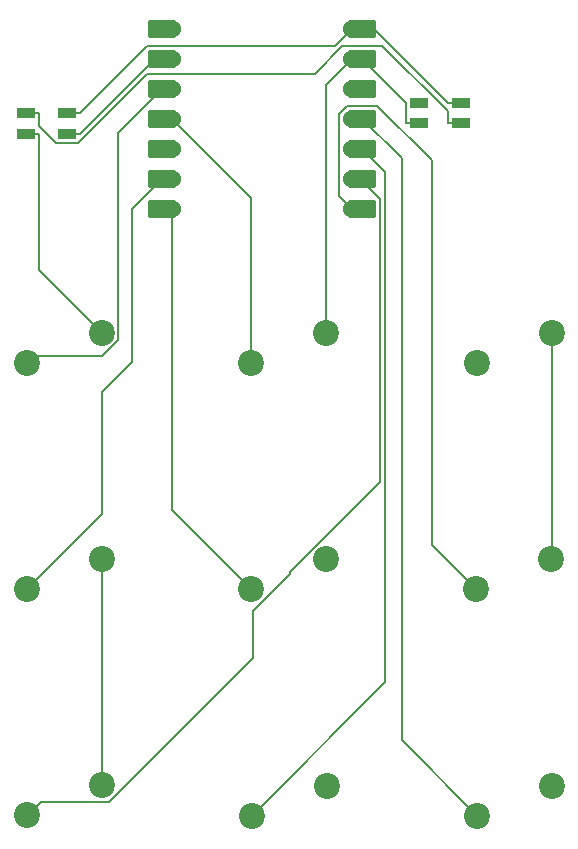
<source format=gbr>
%TF.GenerationSoftware,KiCad,Pcbnew,9.0.6*%
%TF.CreationDate,2025-12-19T09:04:58+05:30*%
%TF.ProjectId,HACKPAD,4841434b-5041-4442-9e6b-696361645f70,rev?*%
%TF.SameCoordinates,Original*%
%TF.FileFunction,Copper,L1,Top*%
%TF.FilePolarity,Positive*%
%FSLAX46Y46*%
G04 Gerber Fmt 4.6, Leading zero omitted, Abs format (unit mm)*
G04 Created by KiCad (PCBNEW 9.0.6) date 2025-12-19 09:04:58*
%MOMM*%
%LPD*%
G01*
G04 APERTURE LIST*
G04 Aperture macros list*
%AMRoundRect*
0 Rectangle with rounded corners*
0 $1 Rounding radius*
0 $2 $3 $4 $5 $6 $7 $8 $9 X,Y pos of 4 corners*
0 Add a 4 corners polygon primitive as box body*
4,1,4,$2,$3,$4,$5,$6,$7,$8,$9,$2,$3,0*
0 Add four circle primitives for the rounded corners*
1,1,$1+$1,$2,$3*
1,1,$1+$1,$4,$5*
1,1,$1+$1,$6,$7*
1,1,$1+$1,$8,$9*
0 Add four rect primitives between the rounded corners*
20,1,$1+$1,$2,$3,$4,$5,0*
20,1,$1+$1,$4,$5,$6,$7,0*
20,1,$1+$1,$6,$7,$8,$9,0*
20,1,$1+$1,$8,$9,$2,$3,0*%
G04 Aperture macros list end*
%TA.AperFunction,ComponentPad*%
%ADD10C,2.200000*%
%TD*%
%TA.AperFunction,SMDPad,CuDef*%
%ADD11RoundRect,0.152400X1.063600X0.609600X-1.063600X0.609600X-1.063600X-0.609600X1.063600X-0.609600X0*%
%TD*%
%TA.AperFunction,ComponentPad*%
%ADD12C,1.524000*%
%TD*%
%TA.AperFunction,SMDPad,CuDef*%
%ADD13RoundRect,0.152400X-1.063600X-0.609600X1.063600X-0.609600X1.063600X0.609600X-1.063600X0.609600X0*%
%TD*%
%TA.AperFunction,SMDPad,CuDef*%
%ADD14R,1.600000X0.850000*%
%TD*%
%TA.AperFunction,Conductor*%
%ADD15C,0.200000*%
%TD*%
G04 APERTURE END LIST*
D10*
%TO.P,SW6,1,1*%
%TO.N,GND*%
X171330000Y-99710000D03*
%TO.P,SW6,2,2*%
%TO.N,Net-(U1-GPIO1{slash}RX)*%
X164980000Y-102250000D03*
%TD*%
%TO.P,SW1,1,1*%
%TO.N,GND*%
X133290000Y-80550000D03*
%TO.P,SW1,2,2*%
%TO.N,Net-(U1-GPIO28{slash}ADC2{slash}A2)*%
X126940000Y-83090000D03*
%TD*%
D11*
%TO.P,U1,1,GPIO26/ADC0/A0*%
%TO.N,unconnected-(U1-GPIO26{slash}ADC0{slash}A0-Pad1)*%
X138425000Y-54788500D03*
D12*
X139260000Y-54788500D03*
D11*
%TO.P,U1,2,GPIO27/ADC1/A1*%
%TO.N,Net-(D1-DIN)*%
X138425000Y-57328500D03*
D12*
X139260000Y-57328500D03*
D11*
%TO.P,U1,3,GPIO28/ADC2/A2*%
%TO.N,Net-(U1-GPIO28{slash}ADC2{slash}A2)*%
X138425000Y-59868500D03*
D12*
X139260000Y-59868500D03*
D11*
%TO.P,U1,4,GPIO29/ADC3/A3*%
%TO.N,Net-(U1-GPIO29{slash}ADC3{slash}A3)*%
X138425000Y-62408500D03*
D12*
X139260000Y-62408500D03*
D11*
%TO.P,U1,5,GPIO6/SDA*%
%TO.N,Net-(U1-GPIO6{slash}SDA)*%
X138425000Y-64948500D03*
D12*
X139260000Y-64948500D03*
D11*
%TO.P,U1,6,GPIO7/SCL*%
%TO.N,Net-(U1-GPIO7{slash}SCL)*%
X138425000Y-67488500D03*
D12*
X139260000Y-67488500D03*
D11*
%TO.P,U1,7,GPIO0/TX*%
%TO.N,Net-(U1-GPIO0{slash}TX)*%
X138425000Y-70028500D03*
D12*
X139260000Y-70028500D03*
%TO.P,U1,8,GPIO1/RX*%
%TO.N,Net-(U1-GPIO1{slash}RX)*%
X154500000Y-70028500D03*
D13*
X155335000Y-70028500D03*
D12*
%TO.P,U1,9,GPIO2/SCK*%
%TO.N,Net-(U1-GPIO2{slash}SCK)*%
X154500000Y-67488500D03*
D13*
X155335000Y-67488500D03*
D12*
%TO.P,U1,10,GPIO4/MISO*%
%TO.N,Net-(U1-GPIO4{slash}MISO)*%
X154500000Y-64948500D03*
D13*
X155335000Y-64948500D03*
D12*
%TO.P,U1,11,GPIO3/MOSI*%
%TO.N,Net-(U1-GPIO3{slash}MOSI)*%
X154500000Y-62408500D03*
D13*
X155335000Y-62408500D03*
D12*
%TO.P,U1,12,3V3*%
%TO.N,unconnected-(U1-3V3-Pad12)*%
X154500000Y-59868500D03*
D13*
X155335000Y-59868500D03*
D12*
%TO.P,U1,13,GND*%
%TO.N,GND*%
X154500000Y-57328500D03*
D13*
X155335000Y-57328500D03*
D12*
%TO.P,U1,14,VBUS*%
%TO.N,+5V*%
X154500000Y-54788500D03*
D13*
X155335000Y-54788500D03*
%TD*%
D10*
%TO.P,SW7,1,1*%
%TO.N,GND*%
X133350000Y-118810000D03*
%TO.P,SW7,2,2*%
%TO.N,Net-(U1-GPIO2{slash}SCK)*%
X127000000Y-121350000D03*
%TD*%
%TO.P,SW3,1,1*%
%TO.N,GND*%
X171390000Y-80550000D03*
%TO.P,SW3,2,2*%
%TO.N,Net-(U1-GPIO6{slash}SDA)*%
X165040000Y-83090000D03*
%TD*%
%TO.P,SW9,1,1*%
%TO.N,GND*%
X171400000Y-118870000D03*
%TO.P,SW9,2,2*%
%TO.N,Net-(U1-GPIO3{slash}MOSI)*%
X165050000Y-121410000D03*
%TD*%
%TO.P,SW5,1,1*%
%TO.N,GND*%
X152300000Y-99710000D03*
%TO.P,SW5,2,2*%
%TO.N,Net-(U1-GPIO0{slash}TX)*%
X145950000Y-102250000D03*
%TD*%
%TO.P,SW4,1,1*%
%TO.N,GND*%
X133330000Y-99680000D03*
%TO.P,SW4,2,2*%
%TO.N,Net-(U1-GPIO7{slash}SCL)*%
X126980000Y-102220000D03*
%TD*%
D14*
%TO.P,D1,1,DOUT*%
%TO.N,Net-(D1-DOUT)*%
X126837500Y-61912500D03*
%TO.P,D1,2,VSS*%
%TO.N,GND*%
X126837500Y-63662500D03*
%TO.P,D1,3,DIN*%
%TO.N,Net-(D1-DIN)*%
X130337500Y-63662500D03*
%TO.P,D1,4,VDD*%
%TO.N,+5V*%
X130337500Y-61912500D03*
%TD*%
%TO.P,D2,1,DOUT*%
%TO.N,unconnected-(D2-DOUT-Pad1)*%
X160175000Y-61037500D03*
%TO.P,D2,2,VSS*%
%TO.N,GND*%
X160175000Y-62787500D03*
%TO.P,D2,3,DIN*%
%TO.N,Net-(D1-DOUT)*%
X163675000Y-62787500D03*
%TO.P,D2,4,VDD*%
%TO.N,+5V*%
X163675000Y-61037500D03*
%TD*%
D10*
%TO.P,SW2,1,1*%
%TO.N,GND*%
X152280000Y-80550000D03*
%TO.P,SW2,2,2*%
%TO.N,Net-(U1-GPIO29{slash}ADC3{slash}A3)*%
X145930000Y-83090000D03*
%TD*%
%TO.P,SW8,1,1*%
%TO.N,GND*%
X152320000Y-118870000D03*
%TO.P,SW8,2,2*%
%TO.N,Net-(U1-GPIO4{slash}MISO)*%
X145970000Y-121410000D03*
%TD*%
D15*
%TO.N,Net-(D1-DIN)*%
X138425000Y-57328500D02*
X139260000Y-57328500D01*
X130337500Y-63662500D02*
X131439200Y-63662500D01*
X137773200Y-57328500D02*
X131439200Y-63662500D01*
X138425000Y-57328500D02*
X137773200Y-57328500D01*
%TO.N,+5V*%
X130337500Y-61912500D02*
X131439200Y-61912500D01*
X163675000Y-61037500D02*
X162573300Y-61037500D01*
X156324300Y-54788500D02*
X155335000Y-54788500D01*
X155335000Y-54788500D02*
X154500000Y-54788500D01*
X137137100Y-56214600D02*
X131439200Y-61912500D01*
X162573300Y-61037500D02*
X156324300Y-54788500D01*
X154500000Y-54788500D02*
X153073900Y-56214600D01*
X153073900Y-56214600D02*
X137137100Y-56214600D01*
%TO.N,Net-(D1-DOUT)*%
X131286000Y-64459500D02*
X137147000Y-58598500D01*
X127939200Y-61912500D02*
X127939200Y-63014200D01*
X137147000Y-58598500D02*
X151303200Y-58598500D01*
X127939200Y-63014200D02*
X129384500Y-64459500D01*
X129384500Y-64459500D02*
X131286000Y-64459500D01*
X163675000Y-62787500D02*
X162573300Y-62787500D01*
X126837500Y-61912500D02*
X127939200Y-61912500D01*
X157047900Y-56254100D02*
X162573300Y-61779500D01*
X162573300Y-61779500D02*
X162573300Y-62787500D01*
X151303200Y-58598500D02*
X153647600Y-56254100D01*
X153647600Y-56254100D02*
X157047900Y-56254100D01*
%TO.N,GND*%
X160175000Y-62787500D02*
X159073300Y-62787500D01*
X154876200Y-57328500D02*
X154500000Y-57328500D01*
X171443500Y-99596500D02*
X171330000Y-99710000D01*
X159073300Y-61066800D02*
X159073300Y-62787500D01*
X171443500Y-80603500D02*
X171443500Y-99596500D01*
X155335000Y-57328500D02*
X154917500Y-57328500D01*
X133350000Y-99700000D02*
X133350000Y-118810000D01*
X152280000Y-59548500D02*
X152280000Y-80550000D01*
X133330000Y-99680000D02*
X133350000Y-99700000D01*
X126837500Y-63662500D02*
X127939200Y-63662500D01*
X154500000Y-57328500D02*
X152280000Y-59548500D01*
X127939200Y-75199200D02*
X133290000Y-80550000D01*
X154917500Y-57328500D02*
X154876200Y-57328500D01*
X155335000Y-57328500D02*
X159073300Y-61066800D01*
X127939200Y-63662500D02*
X127939200Y-75199200D01*
X171390000Y-80550000D02*
X171443500Y-80603500D01*
%TO.N,Net-(U1-GPIO28{slash}ADC2{slash}A2)*%
X127510000Y-82520000D02*
X133304600Y-82520000D01*
X126940000Y-83090000D02*
X127510000Y-82520000D01*
X134691700Y-81132900D02*
X134691700Y-63601800D01*
X134691700Y-63601800D02*
X138425000Y-59868500D01*
X133304600Y-82520000D02*
X134691700Y-81132900D01*
X139260000Y-59868500D02*
X138425000Y-59868500D01*
%TO.N,Net-(U1-GPIO29{slash}ADC3{slash}A3)*%
X139260000Y-62408500D02*
X138425000Y-62408500D01*
X145930000Y-69078500D02*
X139260000Y-62408500D01*
X145930000Y-83090000D02*
X145930000Y-69078500D01*
%TO.N,Net-(U1-GPIO6{slash}SDA)*%
X139260000Y-64948500D02*
X138425000Y-64948500D01*
%TO.N,Net-(U1-GPIO7{slash}SCL)*%
X135881900Y-70031600D02*
X138425000Y-67488500D01*
X139260000Y-67488500D02*
X138425000Y-67488500D01*
X126980000Y-102220000D02*
X133330000Y-95870000D01*
X133330000Y-85513000D02*
X135881900Y-82961100D01*
X135881900Y-82961100D02*
X135881900Y-70031600D01*
X133330000Y-95870000D02*
X133330000Y-85513000D01*
%TO.N,Net-(U1-GPIO0{slash}TX)*%
X139260000Y-70028500D02*
X139260000Y-95560000D01*
X138842500Y-70028500D02*
X139260000Y-70028500D01*
X139260000Y-95560000D02*
X145950000Y-102250000D01*
X138425000Y-70028500D02*
X138842500Y-70028500D01*
%TO.N,Net-(U1-GPIO1{slash}RX)*%
X153406100Y-68934600D02*
X154500000Y-70028500D01*
X161215100Y-65922100D02*
X156620900Y-61327900D01*
X155335000Y-70028500D02*
X154500000Y-70028500D01*
X156620900Y-61327900D02*
X154068400Y-61327900D01*
X164980000Y-102250000D02*
X161215100Y-98485100D01*
X154068400Y-61327900D02*
X153406100Y-61990200D01*
X161215100Y-98485100D02*
X161215100Y-65922100D01*
X153406100Y-61990200D02*
X153406100Y-68934600D01*
%TO.N,Net-(U1-GPIO2{slash}SCK)*%
X154917500Y-67488500D02*
X155168100Y-67488500D01*
X149266600Y-100915800D02*
X146081700Y-104100700D01*
X156869300Y-69189700D02*
X156869300Y-93131700D01*
X156869300Y-93131700D02*
X149266600Y-100734400D01*
X155168100Y-67488500D02*
X156869300Y-69189700D01*
X155335000Y-67488500D02*
X154917500Y-67488500D01*
X154917500Y-67488500D02*
X154500000Y-67488500D01*
X133910600Y-120241700D02*
X128108300Y-120241700D01*
X128108300Y-120241700D02*
X127000000Y-121350000D01*
X146081700Y-104100700D02*
X146081700Y-108070600D01*
X149266600Y-100734400D02*
X149266600Y-100915800D01*
X146081700Y-108070600D02*
X133910600Y-120241700D01*
%TO.N,Net-(U1-GPIO4{slash}MISO)*%
X154500000Y-64948500D02*
X155335000Y-64948500D01*
X145970000Y-121410000D02*
X157287000Y-110093000D01*
X157287000Y-110093000D02*
X157287000Y-66900500D01*
X157287000Y-66900500D02*
X155335000Y-64948500D01*
%TO.N,Net-(U1-GPIO3{slash}MOSI)*%
X158673100Y-115033100D02*
X158673100Y-65746600D01*
X154500000Y-62408500D02*
X155335000Y-62408500D01*
X165050000Y-121410000D02*
X158673100Y-115033100D01*
X158673100Y-65746600D02*
X155335000Y-62408500D01*
%TO.N,unconnected-(U1-GPIO26{slash}ADC0{slash}A0-Pad1)*%
X138425000Y-54788500D02*
X139260000Y-54788500D01*
%TO.N,unconnected-(U1-3V3-Pad12)*%
X155335000Y-59868500D02*
X154500000Y-59868500D01*
%TD*%
M02*

</source>
